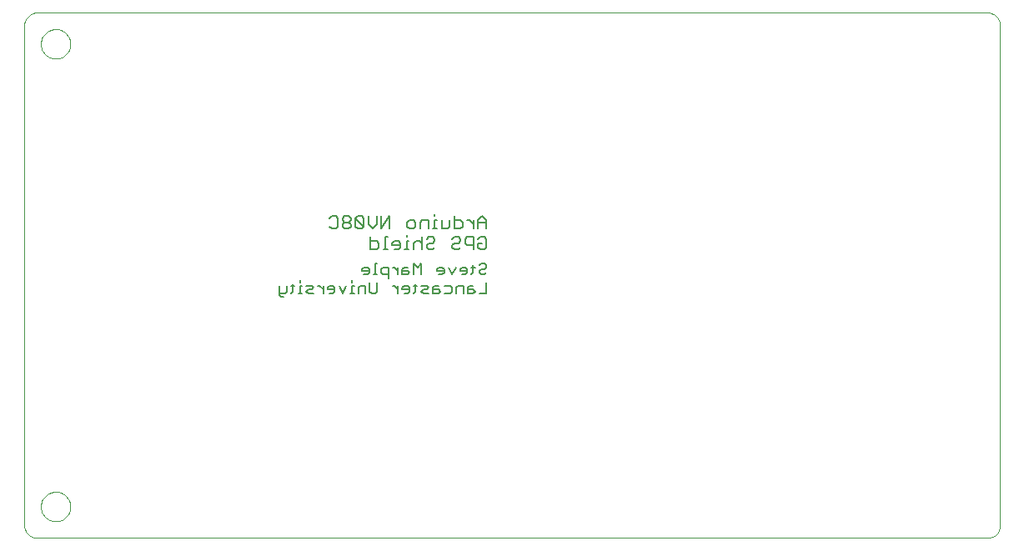
<source format=gbo>
G75*
G70*
%OFA0B0*%
%FSLAX24Y24*%
%IPPOS*%
%LPD*%
%AMOC8*
5,1,8,0,0,1.08239X$1,22.5*
%
%ADD10C,0.0000*%
%ADD11C,0.0070*%
%ADD12C,0.0060*%
D10*
X001675Y001175D02*
X039675Y001175D01*
X039719Y001177D01*
X039762Y001183D01*
X039804Y001192D01*
X039846Y001205D01*
X039886Y001222D01*
X039925Y001242D01*
X039962Y001265D01*
X039996Y001292D01*
X040029Y001321D01*
X040058Y001354D01*
X040085Y001388D01*
X040108Y001425D01*
X040128Y001464D01*
X040145Y001504D01*
X040158Y001546D01*
X040167Y001588D01*
X040173Y001631D01*
X040175Y001675D01*
X040175Y021675D01*
X040173Y021719D01*
X040167Y021762D01*
X040158Y021804D01*
X040145Y021846D01*
X040128Y021886D01*
X040108Y021925D01*
X040085Y021962D01*
X040058Y021996D01*
X040029Y022029D01*
X039996Y022058D01*
X039962Y022085D01*
X039925Y022108D01*
X039886Y022128D01*
X039846Y022145D01*
X039804Y022158D01*
X039762Y022167D01*
X039719Y022173D01*
X039675Y022175D01*
X001675Y022175D01*
X001631Y022173D01*
X001588Y022167D01*
X001546Y022158D01*
X001504Y022145D01*
X001464Y022128D01*
X001425Y022108D01*
X001388Y022085D01*
X001354Y022058D01*
X001321Y022029D01*
X001292Y021996D01*
X001265Y021962D01*
X001242Y021925D01*
X001222Y021886D01*
X001205Y021846D01*
X001192Y021804D01*
X001183Y021762D01*
X001177Y021719D01*
X001175Y021675D01*
X001175Y001675D01*
X001177Y001631D01*
X001183Y001588D01*
X001192Y001546D01*
X001205Y001504D01*
X001222Y001464D01*
X001242Y001425D01*
X001265Y001388D01*
X001292Y001354D01*
X001321Y001321D01*
X001354Y001292D01*
X001388Y001265D01*
X001425Y001242D01*
X001464Y001222D01*
X001504Y001205D01*
X001546Y001192D01*
X001588Y001183D01*
X001631Y001177D01*
X001675Y001175D01*
X001834Y002425D02*
X001836Y002473D01*
X001842Y002521D01*
X001852Y002568D01*
X001865Y002614D01*
X001883Y002659D01*
X001903Y002703D01*
X001928Y002745D01*
X001956Y002784D01*
X001986Y002821D01*
X002020Y002855D01*
X002057Y002887D01*
X002095Y002916D01*
X002136Y002941D01*
X002179Y002963D01*
X002224Y002981D01*
X002270Y002995D01*
X002317Y003006D01*
X002365Y003013D01*
X002413Y003016D01*
X002461Y003015D01*
X002509Y003010D01*
X002557Y003001D01*
X002603Y002989D01*
X002648Y002972D01*
X002692Y002952D01*
X002734Y002929D01*
X002774Y002902D01*
X002812Y002872D01*
X002847Y002839D01*
X002879Y002803D01*
X002909Y002765D01*
X002935Y002724D01*
X002957Y002681D01*
X002977Y002637D01*
X002992Y002592D01*
X003004Y002545D01*
X003012Y002497D01*
X003016Y002449D01*
X003016Y002401D01*
X003012Y002353D01*
X003004Y002305D01*
X002992Y002258D01*
X002977Y002213D01*
X002957Y002169D01*
X002935Y002126D01*
X002909Y002085D01*
X002879Y002047D01*
X002847Y002011D01*
X002812Y001978D01*
X002774Y001948D01*
X002734Y001921D01*
X002692Y001898D01*
X002648Y001878D01*
X002603Y001861D01*
X002557Y001849D01*
X002509Y001840D01*
X002461Y001835D01*
X002413Y001834D01*
X002365Y001837D01*
X002317Y001844D01*
X002270Y001855D01*
X002224Y001869D01*
X002179Y001887D01*
X002136Y001909D01*
X002095Y001934D01*
X002057Y001963D01*
X002020Y001995D01*
X001986Y002029D01*
X001956Y002066D01*
X001928Y002105D01*
X001903Y002147D01*
X001883Y002191D01*
X001865Y002236D01*
X001852Y002282D01*
X001842Y002329D01*
X001836Y002377D01*
X001834Y002425D01*
X001834Y020925D02*
X001836Y020973D01*
X001842Y021021D01*
X001852Y021068D01*
X001865Y021114D01*
X001883Y021159D01*
X001903Y021203D01*
X001928Y021245D01*
X001956Y021284D01*
X001986Y021321D01*
X002020Y021355D01*
X002057Y021387D01*
X002095Y021416D01*
X002136Y021441D01*
X002179Y021463D01*
X002224Y021481D01*
X002270Y021495D01*
X002317Y021506D01*
X002365Y021513D01*
X002413Y021516D01*
X002461Y021515D01*
X002509Y021510D01*
X002557Y021501D01*
X002603Y021489D01*
X002648Y021472D01*
X002692Y021452D01*
X002734Y021429D01*
X002774Y021402D01*
X002812Y021372D01*
X002847Y021339D01*
X002879Y021303D01*
X002909Y021265D01*
X002935Y021224D01*
X002957Y021181D01*
X002977Y021137D01*
X002992Y021092D01*
X003004Y021045D01*
X003012Y020997D01*
X003016Y020949D01*
X003016Y020901D01*
X003012Y020853D01*
X003004Y020805D01*
X002992Y020758D01*
X002977Y020713D01*
X002957Y020669D01*
X002935Y020626D01*
X002909Y020585D01*
X002879Y020547D01*
X002847Y020511D01*
X002812Y020478D01*
X002774Y020448D01*
X002734Y020421D01*
X002692Y020398D01*
X002648Y020378D01*
X002603Y020361D01*
X002557Y020349D01*
X002509Y020340D01*
X002461Y020335D01*
X002413Y020334D01*
X002365Y020337D01*
X002317Y020344D01*
X002270Y020355D01*
X002224Y020369D01*
X002179Y020387D01*
X002136Y020409D01*
X002095Y020434D01*
X002057Y020463D01*
X002020Y020495D01*
X001986Y020529D01*
X001956Y020566D01*
X001928Y020605D01*
X001903Y020647D01*
X001883Y020691D01*
X001865Y020736D01*
X001852Y020782D01*
X001842Y020829D01*
X001836Y020877D01*
X001834Y020925D01*
D11*
X013383Y013959D02*
X013465Y014040D01*
X013628Y014040D01*
X013710Y013959D01*
X013710Y013632D01*
X013628Y013550D01*
X013465Y013550D01*
X013383Y013632D01*
X013899Y013632D02*
X013981Y013550D01*
X014144Y013550D01*
X014226Y013632D01*
X014226Y013713D01*
X014144Y013795D01*
X013981Y013795D01*
X013899Y013713D01*
X013899Y013632D01*
X013981Y013795D02*
X013899Y013877D01*
X013899Y013959D01*
X013981Y014040D01*
X014144Y014040D01*
X014226Y013959D01*
X014226Y013877D01*
X014144Y013795D01*
X014414Y013959D02*
X014414Y013632D01*
X014496Y013550D01*
X014660Y013550D01*
X014741Y013632D01*
X014414Y013959D01*
X014496Y014040D01*
X014660Y014040D01*
X014741Y013959D01*
X014741Y013632D01*
X014930Y013713D02*
X014930Y014040D01*
X015257Y014040D02*
X015257Y013713D01*
X015094Y013550D01*
X014930Y013713D01*
X015446Y013550D02*
X015446Y014040D01*
X015773Y014040D02*
X015446Y013550D01*
X015773Y013550D02*
X015773Y014040D01*
X016477Y013795D02*
X016559Y013877D01*
X016722Y013877D01*
X016804Y013795D01*
X016804Y013632D01*
X016722Y013550D01*
X016559Y013550D01*
X016477Y013632D01*
X016477Y013795D01*
X016993Y013795D02*
X016993Y013550D01*
X016993Y013795D02*
X017074Y013877D01*
X017320Y013877D01*
X017320Y013550D01*
X017500Y013550D02*
X017663Y013550D01*
X017582Y013550D02*
X017582Y013877D01*
X017663Y013877D01*
X017582Y014040D02*
X017582Y014122D01*
X017852Y013877D02*
X017852Y013550D01*
X018097Y013550D01*
X018179Y013632D01*
X018179Y013877D01*
X018368Y013877D02*
X018613Y013877D01*
X018695Y013795D01*
X018695Y013632D01*
X018613Y013550D01*
X018368Y013550D01*
X018368Y014040D01*
X018879Y013877D02*
X018961Y013877D01*
X019124Y013713D01*
X019124Y013550D02*
X019124Y013877D01*
X019313Y013877D02*
X019313Y013550D01*
X019313Y013795D02*
X019640Y013795D01*
X019640Y013877D02*
X019477Y014040D01*
X019313Y013877D01*
X019640Y013877D02*
X019640Y013550D01*
X019558Y013200D02*
X019395Y013200D01*
X019313Y013119D01*
X019313Y012955D02*
X019477Y012955D01*
X019313Y012955D02*
X019313Y012792D01*
X019395Y012710D01*
X019558Y012710D01*
X019640Y012792D01*
X019640Y013119D01*
X019558Y013200D01*
X019124Y013200D02*
X018879Y013200D01*
X018797Y013119D01*
X018797Y012955D01*
X018879Y012873D01*
X019124Y012873D01*
X019124Y012710D02*
X019124Y013200D01*
X018609Y013119D02*
X018609Y013037D01*
X018527Y012955D01*
X018364Y012955D01*
X018282Y012873D01*
X018282Y012792D01*
X018364Y012710D01*
X018527Y012710D01*
X018609Y012792D01*
X018609Y013119D02*
X018527Y013200D01*
X018364Y013200D01*
X018282Y013119D01*
X017577Y013119D02*
X017577Y013037D01*
X017496Y012955D01*
X017332Y012955D01*
X017250Y012873D01*
X017250Y012792D01*
X017332Y012710D01*
X017496Y012710D01*
X017577Y012792D01*
X017062Y012710D02*
X017062Y013200D01*
X016980Y013037D02*
X016817Y013037D01*
X016735Y012955D01*
X016735Y012710D01*
X016546Y012710D02*
X016383Y012710D01*
X016464Y012710D02*
X016464Y013037D01*
X016546Y013037D01*
X016464Y013200D02*
X016464Y013282D01*
X016202Y012955D02*
X016121Y013037D01*
X015957Y013037D01*
X015875Y012955D01*
X015875Y012873D01*
X016202Y012873D01*
X016202Y012792D02*
X016202Y012955D01*
X016202Y012792D02*
X016121Y012710D01*
X015957Y012710D01*
X015687Y012710D02*
X015523Y012710D01*
X015605Y012710D02*
X015605Y013200D01*
X015687Y013200D01*
X015343Y012955D02*
X015261Y013037D01*
X015016Y013037D01*
X015016Y013200D02*
X015016Y012710D01*
X015261Y012710D01*
X015343Y012792D01*
X015343Y012955D01*
X016980Y013037D02*
X017062Y012955D01*
X017250Y013119D02*
X017332Y013200D01*
X017496Y013200D01*
X017577Y013119D01*
D12*
X017036Y012145D02*
X016889Y011999D01*
X016743Y012145D01*
X016743Y011705D01*
X016576Y011778D02*
X016502Y011852D01*
X016282Y011852D01*
X016282Y011925D02*
X016282Y011705D01*
X016502Y011705D01*
X016576Y011778D01*
X016502Y011999D02*
X016356Y011999D01*
X016282Y011925D01*
X016115Y011852D02*
X015969Y011999D01*
X015895Y011999D01*
X015732Y011999D02*
X015511Y011999D01*
X015438Y011925D01*
X015438Y011778D01*
X015511Y011705D01*
X015732Y011705D01*
X015732Y011558D02*
X015732Y011999D01*
X016115Y011999D02*
X016115Y011705D01*
X016115Y011249D02*
X016115Y010955D01*
X016115Y011102D02*
X015969Y011249D01*
X015895Y011249D01*
X016282Y011175D02*
X016282Y011102D01*
X016576Y011102D01*
X016576Y011175D02*
X016502Y011249D01*
X016356Y011249D01*
X016282Y011175D01*
X016356Y010955D02*
X016502Y010955D01*
X016576Y011028D01*
X016576Y011175D01*
X016736Y011249D02*
X016883Y011249D01*
X016809Y011322D02*
X016809Y011028D01*
X016736Y010955D01*
X017049Y011028D02*
X017123Y011102D01*
X017270Y011102D01*
X017343Y011175D01*
X017270Y011249D01*
X017049Y011249D01*
X017049Y011028D02*
X017123Y010955D01*
X017343Y010955D01*
X017510Y010955D02*
X017510Y011175D01*
X017583Y011249D01*
X017730Y011249D01*
X017730Y011102D02*
X017510Y011102D01*
X017510Y010955D02*
X017730Y010955D01*
X017803Y011028D01*
X017730Y011102D01*
X017970Y011249D02*
X018190Y011249D01*
X018264Y011175D01*
X018264Y011028D01*
X018190Y010955D01*
X017970Y010955D01*
X018431Y010955D02*
X018431Y011175D01*
X018504Y011249D01*
X018724Y011249D01*
X018724Y010955D01*
X018891Y010955D02*
X019111Y010955D01*
X019185Y011028D01*
X019111Y011102D01*
X018891Y011102D01*
X018891Y011175D02*
X018891Y010955D01*
X018891Y011175D02*
X018964Y011249D01*
X019111Y011249D01*
X019645Y011395D02*
X019645Y010955D01*
X019351Y010955D01*
X019425Y011705D02*
X019572Y011705D01*
X019645Y011778D01*
X019572Y011925D02*
X019425Y011925D01*
X019351Y011852D01*
X019351Y011778D01*
X019425Y011705D01*
X019572Y011925D02*
X019645Y011999D01*
X019645Y012072D01*
X019572Y012145D01*
X019425Y012145D01*
X019351Y012072D01*
X019185Y011999D02*
X019038Y011999D01*
X019111Y012072D02*
X019111Y011778D01*
X019038Y011705D01*
X018878Y011778D02*
X018878Y011925D01*
X018804Y011999D01*
X018657Y011999D01*
X018584Y011925D01*
X018584Y011852D01*
X018878Y011852D01*
X018878Y011778D02*
X018804Y011705D01*
X018657Y011705D01*
X018417Y011999D02*
X018270Y011705D01*
X018124Y011999D01*
X017957Y011925D02*
X017883Y011999D01*
X017737Y011999D01*
X017663Y011925D01*
X017663Y011852D01*
X017957Y011852D01*
X017957Y011925D02*
X017957Y011778D01*
X017883Y011705D01*
X017737Y011705D01*
X017036Y011705D02*
X017036Y012145D01*
X015271Y012145D02*
X015198Y012145D01*
X015198Y011705D01*
X015271Y011705D02*
X015124Y011705D01*
X014964Y011778D02*
X014964Y011925D01*
X014891Y011999D01*
X014744Y011999D01*
X014671Y011925D01*
X014671Y011852D01*
X014964Y011852D01*
X014964Y011778D02*
X014891Y011705D01*
X014744Y011705D01*
X014277Y011469D02*
X014277Y011395D01*
X014277Y011249D02*
X014277Y010955D01*
X014350Y010955D02*
X014204Y010955D01*
X013897Y010955D02*
X013750Y011249D01*
X013583Y011175D02*
X013510Y011249D01*
X013363Y011249D01*
X013290Y011175D01*
X013290Y011102D01*
X013583Y011102D01*
X013583Y011175D02*
X013583Y011028D01*
X013510Y010955D01*
X013363Y010955D01*
X013123Y010955D02*
X013123Y011249D01*
X012976Y011249D02*
X012903Y011249D01*
X012976Y011249D02*
X013123Y011102D01*
X012739Y011175D02*
X012666Y011249D01*
X012446Y011249D01*
X012519Y011102D02*
X012666Y011102D01*
X012739Y011175D01*
X012739Y010955D02*
X012519Y010955D01*
X012446Y011028D01*
X012519Y011102D01*
X012279Y011249D02*
X012205Y011249D01*
X012205Y010955D01*
X012132Y010955D02*
X012279Y010955D01*
X011898Y011028D02*
X011825Y010955D01*
X011898Y011028D02*
X011898Y011322D01*
X011972Y011249D02*
X011825Y011249D01*
X011665Y011249D02*
X011665Y011028D01*
X011591Y010955D01*
X011371Y010955D01*
X011371Y010882D02*
X011445Y010808D01*
X011518Y010808D01*
X011371Y010882D02*
X011371Y011249D01*
X012205Y011395D02*
X012205Y011469D01*
X013897Y010955D02*
X014044Y011249D01*
X014277Y011249D02*
X014350Y011249D01*
X014517Y011175D02*
X014517Y010955D01*
X014517Y011175D02*
X014591Y011249D01*
X014811Y011249D01*
X014811Y010955D01*
X014978Y011028D02*
X014978Y011395D01*
X015271Y011395D02*
X015271Y011028D01*
X015198Y010955D01*
X015051Y010955D01*
X014978Y011028D01*
M02*

</source>
